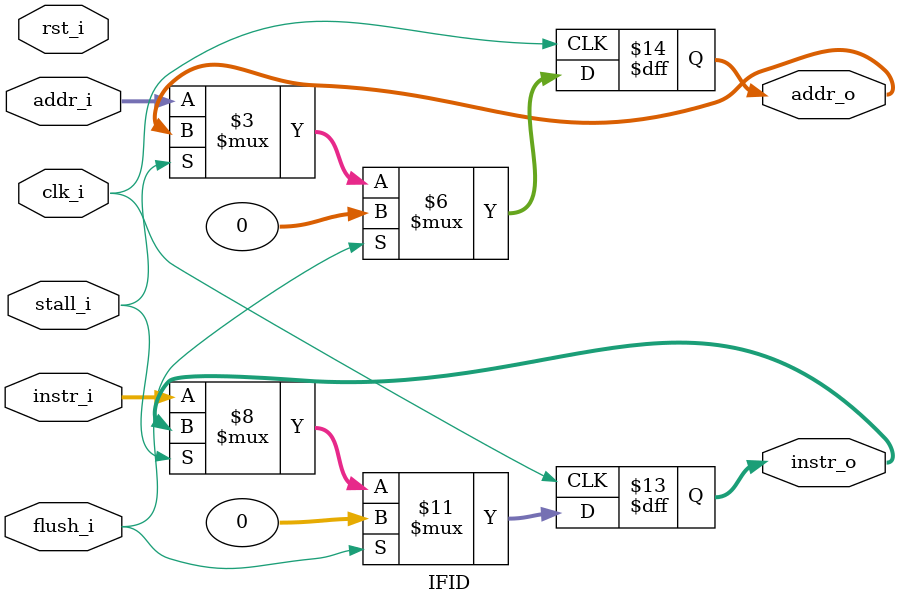
<source format=v>
module IFID(clk_i,
            rst_i,
            flush_i,
            stall_i,
            instr_i,
            addr_i,
            instr_o,
            addr_o);
    
    input               clk_i;
    input               rst_i;
    input               flush_i;
    input               stall_i;
    input       [31:0]  instr_i;
    output  reg [31:0]  instr_o;
    input       [31:0]  addr_i;
    output  reg [31:0]  addr_o;
    
    always @(posedge clk_i ) begin
            if (flush_i) begin
                addr_o  <= 0 ;
                instr_o <= 0;
            end
            //no stall
            else if (stall_i != 1)begin
            addr_o  <= addr_i;
            instr_o <= instr_i;
        end
    end
    
    // else stall, o remain the same
    

    // end
    
    // end
endmodule

</source>
